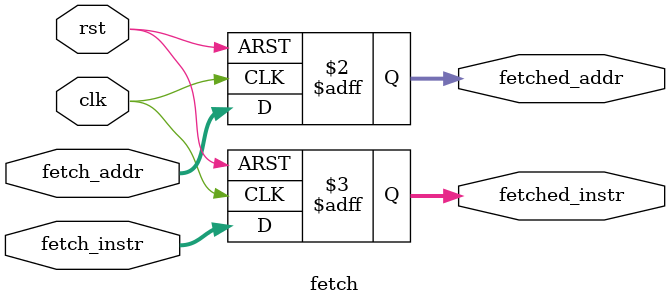
<source format=v>
module fetch #(
    parameter AWIDTH = 15,
    parameter DWIDTH = 32
  ) (
    input wire clk, rst,
    input wire [AWIDTH-1:0] fetch_addr,
    input wire [DWIDTH-1:0] fetch_instr,
    output reg [AWIDTH-1:0] fetched_addr,
    output reg [DWIDTH-1:0] fetched_instr
  );

  always @(posedge clk, posedge rst)
  begin : FETCH
    if (rst)
    begin
      fetched_addr = 0;
      fetched_instr = 0;
    end
    else
    begin
      fetched_addr <= fetch_addr;
      fetched_instr <= fetch_instr;
    end
  end
endmodule

</source>
